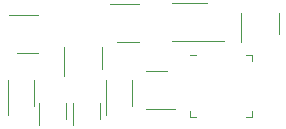
<source format=gbr>
G04 #@! TF.GenerationSoftware,KiCad,Pcbnew,(5.1.5-0-10_14)*
G04 #@! TF.CreationDate,2020-08-02T20:02:39-07:00*
G04 #@! TF.ProjectId,EOGlass2,454f476c-6173-4733-922e-6b696361645f,rev?*
G04 #@! TF.SameCoordinates,Original*
G04 #@! TF.FileFunction,Legend,Top*
G04 #@! TF.FilePolarity,Positive*
%FSLAX46Y46*%
G04 Gerber Fmt 4.6, Leading zero omitted, Abs format (unit mm)*
G04 Created by KiCad (PCBNEW (5.1.5-0-10_14)) date 2020-08-02 20:02:39*
%MOMM*%
%LPD*%
G04 APERTURE LIST*
%ADD10C,0.120000*%
G04 APERTURE END LIST*
D10*
X117740000Y-75600000D02*
X117740000Y-77500000D01*
X120060000Y-77000000D02*
X120060000Y-75600000D01*
X127600000Y-67190000D02*
X126100000Y-67190000D01*
X127600000Y-67190000D02*
X129100000Y-67190000D01*
X127600000Y-70410000D02*
X126100000Y-70410000D01*
X127600000Y-70410000D02*
X130525000Y-70410000D01*
X120540000Y-73660000D02*
X120540000Y-76660000D01*
X122740000Y-73660000D02*
X122740000Y-75860000D01*
X131970000Y-67990000D02*
X131970000Y-70440000D01*
X135190000Y-69790000D02*
X135190000Y-67990000D01*
X125700000Y-72890000D02*
X123900000Y-72890000D01*
X123900000Y-76110000D02*
X126350000Y-76110000D01*
X132435000Y-71590000D02*
X132910000Y-71590000D01*
X132910000Y-71590000D02*
X132910000Y-72065000D01*
X128165000Y-76810000D02*
X127690000Y-76810000D01*
X127690000Y-76810000D02*
X127690000Y-76335000D01*
X132435000Y-76810000D02*
X132910000Y-76810000D01*
X132910000Y-76810000D02*
X132910000Y-76335000D01*
X128165000Y-71590000D02*
X127690000Y-71590000D01*
X112990000Y-71400000D02*
X114790000Y-71400000D01*
X114790000Y-68180000D02*
X112340000Y-68180000D01*
X120200000Y-72700000D02*
X120200000Y-70900000D01*
X116980000Y-70900000D02*
X116980000Y-73350000D01*
X123310000Y-67220000D02*
X120860000Y-67220000D01*
X121510000Y-70440000D02*
X123310000Y-70440000D01*
X112210000Y-73660000D02*
X112210000Y-76660000D01*
X114410000Y-73660000D02*
X114410000Y-75860000D01*
X117160000Y-77000000D02*
X117160000Y-75600000D01*
X114840000Y-75600000D02*
X114840000Y-77500000D01*
M02*

</source>
